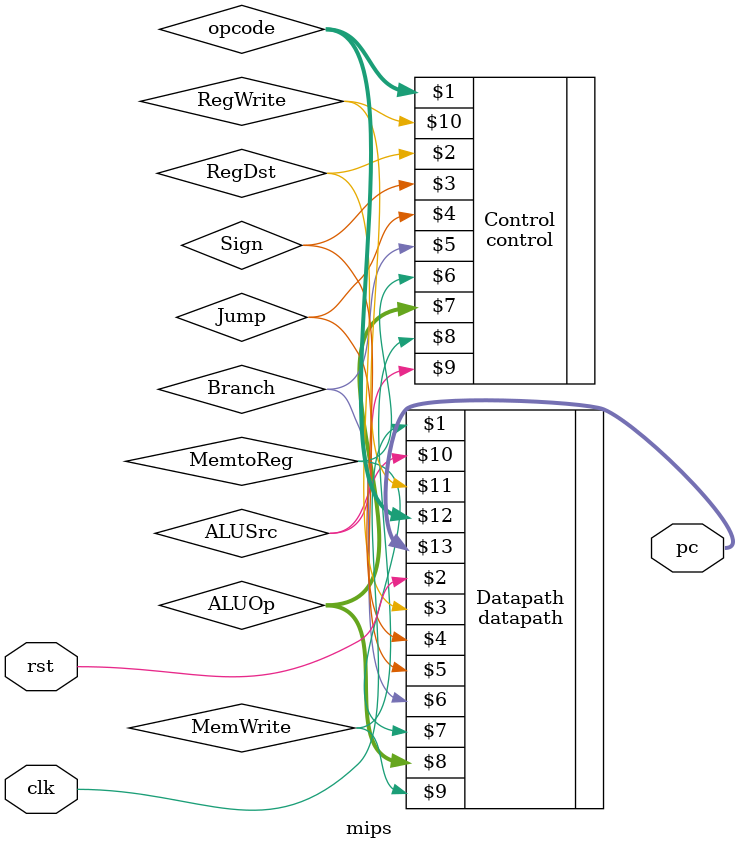
<source format=v>
`timescale 1ns / 1ps


module mips(input clk,input rst ,output [31:0]pc);
            wire RegDst,ALUSrc,MemtoReg,RegWrite,MemWrite,Branch,Jump,Sign;
            wire [2:0]ALUOp;
            wire [5:0] opcode;
            
            datapath Datapath (clk,rst,RegDst,Sign,Jump,Branch,MemtoReg,ALUOp,MemWrite,ALUSrc,RegWrite,opcode,pc);
            control Control(opcode, RegDst,Sign,Jump,Branch, MemtoReg,ALUOp, MemWrite, ALUSrc,RegWrite);     
            
endmodule

</source>
